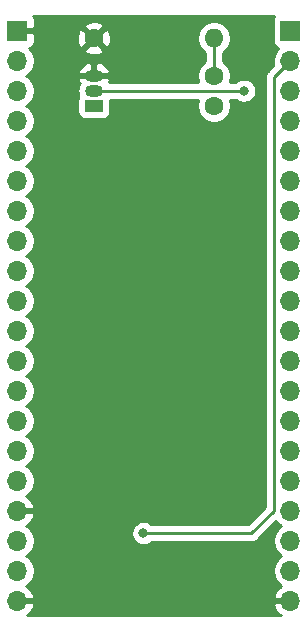
<source format=gbr>
%TF.GenerationSoftware,KiCad,Pcbnew,5.1.8-db9833491~87~ubuntu20.04.1*%
%TF.CreationDate,2020-11-15T22:53:27-05:00*%
%TF.ProjectId,shield,73686965-6c64-42e6-9b69-6361645f7063,rev?*%
%TF.SameCoordinates,Original*%
%TF.FileFunction,Copper,L2,Bot*%
%TF.FilePolarity,Positive*%
%FSLAX46Y46*%
G04 Gerber Fmt 4.6, Leading zero omitted, Abs format (unit mm)*
G04 Created by KiCad (PCBNEW 5.1.8-db9833491~87~ubuntu20.04.1) date 2020-11-15 22:53:27*
%MOMM*%
%LPD*%
G01*
G04 APERTURE LIST*
%TA.AperFunction,ComponentPad*%
%ADD10R,1.700000X1.700000*%
%TD*%
%TA.AperFunction,ComponentPad*%
%ADD11O,1.700000X1.700000*%
%TD*%
%TA.AperFunction,ComponentPad*%
%ADD12C,1.600000*%
%TD*%
%TA.AperFunction,ComponentPad*%
%ADD13O,1.600000X1.600000*%
%TD*%
%TA.AperFunction,ComponentPad*%
%ADD14R,1.500000X1.050000*%
%TD*%
%TA.AperFunction,ComponentPad*%
%ADD15O,1.500000X1.050000*%
%TD*%
%TA.AperFunction,ViaPad*%
%ADD16C,0.800000*%
%TD*%
%TA.AperFunction,Conductor*%
%ADD17C,0.250000*%
%TD*%
%TA.AperFunction,Conductor*%
%ADD18C,0.254000*%
%TD*%
%TA.AperFunction,Conductor*%
%ADD19C,0.100000*%
%TD*%
G04 APERTURE END LIST*
D10*
%TO.P,J1,1*%
%TO.N,36*%
X151257000Y-78105000D03*
D11*
%TO.P,J1,2*%
%TO.N,37*%
X151257000Y-80645000D03*
%TO.P,J1,3*%
%TO.N,38*%
X151257000Y-83185000D03*
%TO.P,J1,4*%
%TO.N,39*%
X151257000Y-85725000D03*
%TO.P,J1,5*%
%TO.N,32*%
X151257000Y-88265000D03*
%TO.P,J1,6*%
%TO.N,33*%
X151257000Y-90805000D03*
%TO.P,J1,7*%
%TO.N,34*%
X151257000Y-93345000D03*
%TO.P,J1,8*%
%TO.N,35*%
X151257000Y-95885000D03*
%TO.P,J1,9*%
%TO.N,25*%
X151257000Y-98425000D03*
%TO.P,J1,10*%
%TO.N,26*%
X151257000Y-100965000D03*
%TO.P,J1,11*%
%TO.N,27*%
X151257000Y-103505000D03*
%TO.P,J1,12*%
%TO.N,14*%
X151257000Y-106045000D03*
%TO.P,J1,13*%
%TO.N,12*%
X151257000Y-108585000D03*
%TO.P,J1,14*%
%TO.N,13*%
X151257000Y-111125000D03*
%TO.P,J1,15*%
%TO.N,RST*%
X151257000Y-113665000D03*
%TO.P,J1,16*%
%TO.N,3V3-L*%
X151257000Y-116205000D03*
%TO.P,J1,17*%
%TO.N,GND*%
X151257000Y-118745000D03*
%TO.P,J1,18*%
%TO.N,VBAT-L*%
X151257000Y-121285000D03*
%TO.P,J1,19*%
%TO.N,VUSB-L*%
X151257000Y-123825000D03*
%TO.P,J1,20*%
%TO.N,GND*%
X151257000Y-126365000D03*
%TD*%
%TO.P,J2,20*%
%TO.N,GND*%
X128143000Y-126365000D03*
%TO.P,J2,19*%
%TO.N,VUSB-R*%
X128143000Y-123825000D03*
%TO.P,J2,18*%
%TO.N,VBAT-R*%
X128143000Y-121285000D03*
%TO.P,J2,17*%
%TO.N,GND*%
X128143000Y-118745000D03*
%TO.P,J2,16*%
%TO.N,3V3-R*%
X128143000Y-116205000D03*
%TO.P,J2,15*%
%TO.N,16*%
X128143000Y-113665000D03*
%TO.P,J2,14*%
%TO.N,17*%
X128143000Y-111125000D03*
%TO.P,J2,13*%
%TO.N,4*%
X128143000Y-108585000D03*
%TO.P,J2,12*%
%TO.N,0*%
X128143000Y-106045000D03*
%TO.P,J2,11*%
%TO.N,2*%
X128143000Y-103505000D03*
%TO.P,J2,10*%
%TO.N,15*%
X128143000Y-100965000D03*
%TO.P,J2,9*%
%TO.N,5*%
X128143000Y-98425000D03*
%TO.P,J2,8*%
%TO.N,18*%
X128143000Y-95885000D03*
%TO.P,J2,7*%
%TO.N,23*%
X128143000Y-93345000D03*
%TO.P,J2,6*%
%TO.N,19*%
X128143000Y-90805000D03*
%TO.P,J2,5*%
%TO.N,22*%
X128143000Y-88265000D03*
%TO.P,J2,4*%
%TO.N,RX*%
X128143000Y-85725000D03*
%TO.P,J2,3*%
%TO.N,TX*%
X128143000Y-83185000D03*
%TO.P,J2,2*%
%TO.N,21*%
X128143000Y-80645000D03*
D10*
%TO.P,J2,1*%
%TO.N,GND*%
X128143000Y-78105000D03*
%TD*%
D12*
%TO.P,R1,2*%
%TO.N,3V3-L*%
X144780000Y-84455000D03*
%TO.P,R1,1*%
%TO.N,36*%
X144780000Y-81915000D03*
%TD*%
D13*
%TO.P,R2,2*%
%TO.N,36*%
X144780000Y-78740000D03*
D12*
%TO.P,R2,1*%
%TO.N,GND*%
X134620000Y-78740000D03*
%TD*%
D14*
%TO.P,U1,1*%
%TO.N,3V3-R*%
X134620000Y-84455000D03*
D15*
%TO.P,U1,3*%
%TO.N,GND*%
X134620000Y-81915000D03*
%TO.P,U1,2*%
%TO.N,38*%
X134620000Y-83185000D03*
%TD*%
D16*
%TO.N,37*%
X138811000Y-120650000D03*
%TO.N,38*%
X147320000Y-83185000D03*
%TD*%
D17*
%TO.N,36*%
X144780000Y-81915000D02*
X144780000Y-78740000D01*
%TO.N,37*%
X151257000Y-80645000D02*
X149860000Y-82042000D01*
X149860000Y-82042000D02*
X149860000Y-118745000D01*
X149860000Y-118745000D02*
X147955000Y-120650000D01*
X147955000Y-120650000D02*
X140334978Y-120650000D01*
X140334978Y-120650000D02*
X138811000Y-120650000D01*
%TO.N,38*%
X146050000Y-83185000D02*
X146050000Y-83185000D01*
X134620000Y-83185000D02*
X147320000Y-83185000D01*
%TD*%
D18*
%TO.N,GND*%
X149876463Y-76900506D02*
X149817498Y-77010820D01*
X149781188Y-77130518D01*
X149768928Y-77255000D01*
X149768928Y-78955000D01*
X149781188Y-79079482D01*
X149817498Y-79199180D01*
X149876463Y-79309494D01*
X149955815Y-79406185D01*
X150052506Y-79485537D01*
X150162820Y-79544502D01*
X150235380Y-79566513D01*
X150103525Y-79698368D01*
X149941010Y-79941589D01*
X149829068Y-80211842D01*
X149772000Y-80498740D01*
X149772000Y-80791260D01*
X149815791Y-81011408D01*
X149349003Y-81478196D01*
X149319999Y-81501999D01*
X149282524Y-81547663D01*
X149225026Y-81617724D01*
X149181048Y-81700000D01*
X149154454Y-81749754D01*
X149110997Y-81893015D01*
X149100000Y-82004668D01*
X149100000Y-82004678D01*
X149096324Y-82042000D01*
X149100000Y-82079322D01*
X149100001Y-118430197D01*
X147640199Y-119890000D01*
X139514711Y-119890000D01*
X139470774Y-119846063D01*
X139301256Y-119732795D01*
X139112898Y-119654774D01*
X138912939Y-119615000D01*
X138709061Y-119615000D01*
X138509102Y-119654774D01*
X138320744Y-119732795D01*
X138151226Y-119846063D01*
X138007063Y-119990226D01*
X137893795Y-120159744D01*
X137815774Y-120348102D01*
X137776000Y-120548061D01*
X137776000Y-120751939D01*
X137815774Y-120951898D01*
X137893795Y-121140256D01*
X138007063Y-121309774D01*
X138151226Y-121453937D01*
X138320744Y-121567205D01*
X138509102Y-121645226D01*
X138709061Y-121685000D01*
X138912939Y-121685000D01*
X139112898Y-121645226D01*
X139301256Y-121567205D01*
X139470774Y-121453937D01*
X139514711Y-121410000D01*
X147917678Y-121410000D01*
X147955000Y-121413676D01*
X147992322Y-121410000D01*
X147992333Y-121410000D01*
X148103986Y-121399003D01*
X148247247Y-121355546D01*
X148379276Y-121284974D01*
X148495001Y-121190001D01*
X148518804Y-121160997D01*
X150063338Y-119616464D01*
X150159412Y-119745269D01*
X150375645Y-119940178D01*
X150492534Y-120009805D01*
X150310368Y-120131525D01*
X150103525Y-120338368D01*
X149941010Y-120581589D01*
X149829068Y-120851842D01*
X149772000Y-121138740D01*
X149772000Y-121431260D01*
X149829068Y-121718158D01*
X149941010Y-121988411D01*
X150103525Y-122231632D01*
X150310368Y-122438475D01*
X150484760Y-122555000D01*
X150310368Y-122671525D01*
X150103525Y-122878368D01*
X149941010Y-123121589D01*
X149829068Y-123391842D01*
X149772000Y-123678740D01*
X149772000Y-123971260D01*
X149829068Y-124258158D01*
X149941010Y-124528411D01*
X150103525Y-124771632D01*
X150310368Y-124978475D01*
X150492534Y-125100195D01*
X150375645Y-125169822D01*
X150159412Y-125364731D01*
X149985359Y-125598080D01*
X149860175Y-125860901D01*
X149815524Y-126008110D01*
X149936845Y-126238000D01*
X151130000Y-126238000D01*
X151130000Y-126218000D01*
X151384000Y-126218000D01*
X151384000Y-126238000D01*
X151404000Y-126238000D01*
X151404000Y-126492000D01*
X151384000Y-126492000D01*
X151384000Y-126512000D01*
X151130000Y-126512000D01*
X151130000Y-126492000D01*
X149936845Y-126492000D01*
X149815524Y-126721890D01*
X149860175Y-126869099D01*
X149985359Y-127131920D01*
X150159412Y-127365269D01*
X150375645Y-127560178D01*
X150459285Y-127610000D01*
X128940715Y-127610000D01*
X129024355Y-127560178D01*
X129240588Y-127365269D01*
X129414641Y-127131920D01*
X129539825Y-126869099D01*
X129584476Y-126721890D01*
X129463155Y-126492000D01*
X128270000Y-126492000D01*
X128270000Y-126512000D01*
X128016000Y-126512000D01*
X128016000Y-126492000D01*
X127996000Y-126492000D01*
X127996000Y-126238000D01*
X128016000Y-126238000D01*
X128016000Y-126218000D01*
X128270000Y-126218000D01*
X128270000Y-126238000D01*
X129463155Y-126238000D01*
X129584476Y-126008110D01*
X129539825Y-125860901D01*
X129414641Y-125598080D01*
X129240588Y-125364731D01*
X129024355Y-125169822D01*
X128907466Y-125100195D01*
X129089632Y-124978475D01*
X129296475Y-124771632D01*
X129458990Y-124528411D01*
X129570932Y-124258158D01*
X129628000Y-123971260D01*
X129628000Y-123678740D01*
X129570932Y-123391842D01*
X129458990Y-123121589D01*
X129296475Y-122878368D01*
X129089632Y-122671525D01*
X128915240Y-122555000D01*
X129089632Y-122438475D01*
X129296475Y-122231632D01*
X129458990Y-121988411D01*
X129570932Y-121718158D01*
X129628000Y-121431260D01*
X129628000Y-121138740D01*
X129570932Y-120851842D01*
X129458990Y-120581589D01*
X129296475Y-120338368D01*
X129089632Y-120131525D01*
X128907466Y-120009805D01*
X129024355Y-119940178D01*
X129240588Y-119745269D01*
X129414641Y-119511920D01*
X129539825Y-119249099D01*
X129584476Y-119101890D01*
X129463155Y-118872000D01*
X128270000Y-118872000D01*
X128270000Y-118892000D01*
X128016000Y-118892000D01*
X128016000Y-118872000D01*
X127996000Y-118872000D01*
X127996000Y-118618000D01*
X128016000Y-118618000D01*
X128016000Y-118598000D01*
X128270000Y-118598000D01*
X128270000Y-118618000D01*
X129463155Y-118618000D01*
X129584476Y-118388110D01*
X129539825Y-118240901D01*
X129414641Y-117978080D01*
X129240588Y-117744731D01*
X129024355Y-117549822D01*
X128907466Y-117480195D01*
X129089632Y-117358475D01*
X129296475Y-117151632D01*
X129458990Y-116908411D01*
X129570932Y-116638158D01*
X129628000Y-116351260D01*
X129628000Y-116058740D01*
X129570932Y-115771842D01*
X129458990Y-115501589D01*
X129296475Y-115258368D01*
X129089632Y-115051525D01*
X128915240Y-114935000D01*
X129089632Y-114818475D01*
X129296475Y-114611632D01*
X129458990Y-114368411D01*
X129570932Y-114098158D01*
X129628000Y-113811260D01*
X129628000Y-113518740D01*
X129570932Y-113231842D01*
X129458990Y-112961589D01*
X129296475Y-112718368D01*
X129089632Y-112511525D01*
X128915240Y-112395000D01*
X129089632Y-112278475D01*
X129296475Y-112071632D01*
X129458990Y-111828411D01*
X129570932Y-111558158D01*
X129628000Y-111271260D01*
X129628000Y-110978740D01*
X129570932Y-110691842D01*
X129458990Y-110421589D01*
X129296475Y-110178368D01*
X129089632Y-109971525D01*
X128915240Y-109855000D01*
X129089632Y-109738475D01*
X129296475Y-109531632D01*
X129458990Y-109288411D01*
X129570932Y-109018158D01*
X129628000Y-108731260D01*
X129628000Y-108438740D01*
X129570932Y-108151842D01*
X129458990Y-107881589D01*
X129296475Y-107638368D01*
X129089632Y-107431525D01*
X128915240Y-107315000D01*
X129089632Y-107198475D01*
X129296475Y-106991632D01*
X129458990Y-106748411D01*
X129570932Y-106478158D01*
X129628000Y-106191260D01*
X129628000Y-105898740D01*
X129570932Y-105611842D01*
X129458990Y-105341589D01*
X129296475Y-105098368D01*
X129089632Y-104891525D01*
X128915240Y-104775000D01*
X129089632Y-104658475D01*
X129296475Y-104451632D01*
X129458990Y-104208411D01*
X129570932Y-103938158D01*
X129628000Y-103651260D01*
X129628000Y-103358740D01*
X129570932Y-103071842D01*
X129458990Y-102801589D01*
X129296475Y-102558368D01*
X129089632Y-102351525D01*
X128915240Y-102235000D01*
X129089632Y-102118475D01*
X129296475Y-101911632D01*
X129458990Y-101668411D01*
X129570932Y-101398158D01*
X129628000Y-101111260D01*
X129628000Y-100818740D01*
X129570932Y-100531842D01*
X129458990Y-100261589D01*
X129296475Y-100018368D01*
X129089632Y-99811525D01*
X128915240Y-99695000D01*
X129089632Y-99578475D01*
X129296475Y-99371632D01*
X129458990Y-99128411D01*
X129570932Y-98858158D01*
X129628000Y-98571260D01*
X129628000Y-98278740D01*
X129570932Y-97991842D01*
X129458990Y-97721589D01*
X129296475Y-97478368D01*
X129089632Y-97271525D01*
X128915240Y-97155000D01*
X129089632Y-97038475D01*
X129296475Y-96831632D01*
X129458990Y-96588411D01*
X129570932Y-96318158D01*
X129628000Y-96031260D01*
X129628000Y-95738740D01*
X129570932Y-95451842D01*
X129458990Y-95181589D01*
X129296475Y-94938368D01*
X129089632Y-94731525D01*
X128915240Y-94615000D01*
X129089632Y-94498475D01*
X129296475Y-94291632D01*
X129458990Y-94048411D01*
X129570932Y-93778158D01*
X129628000Y-93491260D01*
X129628000Y-93198740D01*
X129570932Y-92911842D01*
X129458990Y-92641589D01*
X129296475Y-92398368D01*
X129089632Y-92191525D01*
X128915240Y-92075000D01*
X129089632Y-91958475D01*
X129296475Y-91751632D01*
X129458990Y-91508411D01*
X129570932Y-91238158D01*
X129628000Y-90951260D01*
X129628000Y-90658740D01*
X129570932Y-90371842D01*
X129458990Y-90101589D01*
X129296475Y-89858368D01*
X129089632Y-89651525D01*
X128915240Y-89535000D01*
X129089632Y-89418475D01*
X129296475Y-89211632D01*
X129458990Y-88968411D01*
X129570932Y-88698158D01*
X129628000Y-88411260D01*
X129628000Y-88118740D01*
X129570932Y-87831842D01*
X129458990Y-87561589D01*
X129296475Y-87318368D01*
X129089632Y-87111525D01*
X128915240Y-86995000D01*
X129089632Y-86878475D01*
X129296475Y-86671632D01*
X129458990Y-86428411D01*
X129570932Y-86158158D01*
X129628000Y-85871260D01*
X129628000Y-85578740D01*
X129570932Y-85291842D01*
X129458990Y-85021589D01*
X129296475Y-84778368D01*
X129089632Y-84571525D01*
X128915240Y-84455000D01*
X129089632Y-84338475D01*
X129296475Y-84131632D01*
X129458990Y-83888411D01*
X129570932Y-83618158D01*
X129628000Y-83331260D01*
X129628000Y-83185000D01*
X133229388Y-83185000D01*
X133251785Y-83412400D01*
X133315093Y-83621098D01*
X133280498Y-83685820D01*
X133244188Y-83805518D01*
X133231928Y-83930000D01*
X133231928Y-84980000D01*
X133244188Y-85104482D01*
X133280498Y-85224180D01*
X133339463Y-85334494D01*
X133418815Y-85431185D01*
X133515506Y-85510537D01*
X133625820Y-85569502D01*
X133745518Y-85605812D01*
X133870000Y-85618072D01*
X135370000Y-85618072D01*
X135494482Y-85605812D01*
X135614180Y-85569502D01*
X135724494Y-85510537D01*
X135821185Y-85431185D01*
X135900537Y-85334494D01*
X135959502Y-85224180D01*
X135995812Y-85104482D01*
X136008072Y-84980000D01*
X136008072Y-83945000D01*
X143438017Y-83945000D01*
X143400147Y-84036426D01*
X143345000Y-84313665D01*
X143345000Y-84596335D01*
X143400147Y-84873574D01*
X143508320Y-85134727D01*
X143665363Y-85369759D01*
X143865241Y-85569637D01*
X144100273Y-85726680D01*
X144361426Y-85834853D01*
X144638665Y-85890000D01*
X144921335Y-85890000D01*
X145198574Y-85834853D01*
X145459727Y-85726680D01*
X145694759Y-85569637D01*
X145894637Y-85369759D01*
X146051680Y-85134727D01*
X146159853Y-84873574D01*
X146215000Y-84596335D01*
X146215000Y-84313665D01*
X146159853Y-84036426D01*
X146121983Y-83945000D01*
X146616289Y-83945000D01*
X146660226Y-83988937D01*
X146829744Y-84102205D01*
X147018102Y-84180226D01*
X147218061Y-84220000D01*
X147421939Y-84220000D01*
X147621898Y-84180226D01*
X147810256Y-84102205D01*
X147979774Y-83988937D01*
X148123937Y-83844774D01*
X148237205Y-83675256D01*
X148315226Y-83486898D01*
X148355000Y-83286939D01*
X148355000Y-83083061D01*
X148315226Y-82883102D01*
X148237205Y-82694744D01*
X148123937Y-82525226D01*
X147979774Y-82381063D01*
X147810256Y-82267795D01*
X147621898Y-82189774D01*
X147421939Y-82150000D01*
X147218061Y-82150000D01*
X147018102Y-82189774D01*
X146829744Y-82267795D01*
X146660226Y-82381063D01*
X146616289Y-82425000D01*
X146121983Y-82425000D01*
X146159853Y-82333574D01*
X146215000Y-82056335D01*
X146215000Y-81773665D01*
X146159853Y-81496426D01*
X146051680Y-81235273D01*
X145894637Y-81000241D01*
X145694759Y-80800363D01*
X145540000Y-80696957D01*
X145540000Y-79958043D01*
X145694759Y-79854637D01*
X145894637Y-79654759D01*
X146051680Y-79419727D01*
X146159853Y-79158574D01*
X146215000Y-78881335D01*
X146215000Y-78598665D01*
X146159853Y-78321426D01*
X146051680Y-78060273D01*
X145894637Y-77825241D01*
X145694759Y-77625363D01*
X145459727Y-77468320D01*
X145198574Y-77360147D01*
X144921335Y-77305000D01*
X144638665Y-77305000D01*
X144361426Y-77360147D01*
X144100273Y-77468320D01*
X143865241Y-77625363D01*
X143665363Y-77825241D01*
X143508320Y-78060273D01*
X143400147Y-78321426D01*
X143345000Y-78598665D01*
X143345000Y-78881335D01*
X143400147Y-79158574D01*
X143508320Y-79419727D01*
X143665363Y-79654759D01*
X143865241Y-79854637D01*
X144020001Y-79958044D01*
X144020000Y-80696956D01*
X143865241Y-80800363D01*
X143665363Y-81000241D01*
X143508320Y-81235273D01*
X143400147Y-81496426D01*
X143345000Y-81773665D01*
X143345000Y-82056335D01*
X143400147Y-82333574D01*
X143438017Y-82425000D01*
X135891958Y-82425000D01*
X135955272Y-82282337D01*
X135963964Y-82220810D01*
X135838163Y-82042000D01*
X135073109Y-82042000D01*
X135072400Y-82041785D01*
X134901979Y-82025000D01*
X134338021Y-82025000D01*
X134167600Y-82041785D01*
X134166891Y-82042000D01*
X133401837Y-82042000D01*
X133276036Y-82220810D01*
X133284728Y-82282337D01*
X133377725Y-82491882D01*
X133418929Y-82550331D01*
X133318115Y-82738940D01*
X133251785Y-82957600D01*
X133229388Y-83185000D01*
X129628000Y-83185000D01*
X129628000Y-83038740D01*
X129570932Y-82751842D01*
X129458990Y-82481589D01*
X129296475Y-82238368D01*
X129089632Y-82031525D01*
X128915240Y-81915000D01*
X129089632Y-81798475D01*
X129278917Y-81609190D01*
X133276036Y-81609190D01*
X133401837Y-81788000D01*
X134493000Y-81788000D01*
X134493000Y-80908402D01*
X134747000Y-80908402D01*
X134747000Y-81788000D01*
X135838163Y-81788000D01*
X135963964Y-81609190D01*
X135955272Y-81547663D01*
X135862275Y-81338118D01*
X135730184Y-81150742D01*
X135564076Y-80992736D01*
X135370334Y-80870172D01*
X135156404Y-80787761D01*
X134930507Y-80748669D01*
X134747000Y-80908402D01*
X134493000Y-80908402D01*
X134309493Y-80748669D01*
X134083596Y-80787761D01*
X133869666Y-80870172D01*
X133675924Y-80992736D01*
X133509816Y-81150742D01*
X133377725Y-81338118D01*
X133284728Y-81547663D01*
X133276036Y-81609190D01*
X129278917Y-81609190D01*
X129296475Y-81591632D01*
X129458990Y-81348411D01*
X129570932Y-81078158D01*
X129628000Y-80791260D01*
X129628000Y-80498740D01*
X129570932Y-80211842D01*
X129458990Y-79941589D01*
X129319417Y-79732702D01*
X133806903Y-79732702D01*
X133878486Y-79976671D01*
X134133996Y-80097571D01*
X134408184Y-80166300D01*
X134690512Y-80180217D01*
X134970130Y-80138787D01*
X135236292Y-80043603D01*
X135361514Y-79976671D01*
X135433097Y-79732702D01*
X134620000Y-78919605D01*
X133806903Y-79732702D01*
X129319417Y-79732702D01*
X129296475Y-79698368D01*
X129164620Y-79566513D01*
X129237180Y-79544502D01*
X129347494Y-79485537D01*
X129444185Y-79406185D01*
X129523537Y-79309494D01*
X129582502Y-79199180D01*
X129618812Y-79079482D01*
X129631072Y-78955000D01*
X129630286Y-78810512D01*
X133179783Y-78810512D01*
X133221213Y-79090130D01*
X133316397Y-79356292D01*
X133383329Y-79481514D01*
X133627298Y-79553097D01*
X134440395Y-78740000D01*
X134799605Y-78740000D01*
X135612702Y-79553097D01*
X135856671Y-79481514D01*
X135977571Y-79226004D01*
X136046300Y-78951816D01*
X136060217Y-78669488D01*
X136018787Y-78389870D01*
X135923603Y-78123708D01*
X135856671Y-77998486D01*
X135612702Y-77926903D01*
X134799605Y-78740000D01*
X134440395Y-78740000D01*
X133627298Y-77926903D01*
X133383329Y-77998486D01*
X133262429Y-78253996D01*
X133193700Y-78528184D01*
X133179783Y-78810512D01*
X129630286Y-78810512D01*
X129628000Y-78390750D01*
X129469250Y-78232000D01*
X128270000Y-78232000D01*
X128270000Y-78252000D01*
X128016000Y-78252000D01*
X128016000Y-78232000D01*
X127996000Y-78232000D01*
X127996000Y-77978000D01*
X128016000Y-77978000D01*
X128016000Y-77958000D01*
X128270000Y-77958000D01*
X128270000Y-77978000D01*
X129469250Y-77978000D01*
X129628000Y-77819250D01*
X129628391Y-77747298D01*
X133806903Y-77747298D01*
X134620000Y-78560395D01*
X135433097Y-77747298D01*
X135361514Y-77503329D01*
X135106004Y-77382429D01*
X134831816Y-77313700D01*
X134549488Y-77299783D01*
X134269870Y-77341213D01*
X134003708Y-77436397D01*
X133878486Y-77503329D01*
X133806903Y-77747298D01*
X129628391Y-77747298D01*
X129631072Y-77255000D01*
X129618812Y-77130518D01*
X129582502Y-77010820D01*
X129523537Y-76900506D01*
X129490295Y-76860000D01*
X149909705Y-76860000D01*
X149876463Y-76900506D01*
%TA.AperFunction,Conductor*%
D19*
G36*
X149876463Y-76900506D02*
G01*
X149817498Y-77010820D01*
X149781188Y-77130518D01*
X149768928Y-77255000D01*
X149768928Y-78955000D01*
X149781188Y-79079482D01*
X149817498Y-79199180D01*
X149876463Y-79309494D01*
X149955815Y-79406185D01*
X150052506Y-79485537D01*
X150162820Y-79544502D01*
X150235380Y-79566513D01*
X150103525Y-79698368D01*
X149941010Y-79941589D01*
X149829068Y-80211842D01*
X149772000Y-80498740D01*
X149772000Y-80791260D01*
X149815791Y-81011408D01*
X149349003Y-81478196D01*
X149319999Y-81501999D01*
X149282524Y-81547663D01*
X149225026Y-81617724D01*
X149181048Y-81700000D01*
X149154454Y-81749754D01*
X149110997Y-81893015D01*
X149100000Y-82004668D01*
X149100000Y-82004678D01*
X149096324Y-82042000D01*
X149100000Y-82079322D01*
X149100001Y-118430197D01*
X147640199Y-119890000D01*
X139514711Y-119890000D01*
X139470774Y-119846063D01*
X139301256Y-119732795D01*
X139112898Y-119654774D01*
X138912939Y-119615000D01*
X138709061Y-119615000D01*
X138509102Y-119654774D01*
X138320744Y-119732795D01*
X138151226Y-119846063D01*
X138007063Y-119990226D01*
X137893795Y-120159744D01*
X137815774Y-120348102D01*
X137776000Y-120548061D01*
X137776000Y-120751939D01*
X137815774Y-120951898D01*
X137893795Y-121140256D01*
X138007063Y-121309774D01*
X138151226Y-121453937D01*
X138320744Y-121567205D01*
X138509102Y-121645226D01*
X138709061Y-121685000D01*
X138912939Y-121685000D01*
X139112898Y-121645226D01*
X139301256Y-121567205D01*
X139470774Y-121453937D01*
X139514711Y-121410000D01*
X147917678Y-121410000D01*
X147955000Y-121413676D01*
X147992322Y-121410000D01*
X147992333Y-121410000D01*
X148103986Y-121399003D01*
X148247247Y-121355546D01*
X148379276Y-121284974D01*
X148495001Y-121190001D01*
X148518804Y-121160997D01*
X150063338Y-119616464D01*
X150159412Y-119745269D01*
X150375645Y-119940178D01*
X150492534Y-120009805D01*
X150310368Y-120131525D01*
X150103525Y-120338368D01*
X149941010Y-120581589D01*
X149829068Y-120851842D01*
X149772000Y-121138740D01*
X149772000Y-121431260D01*
X149829068Y-121718158D01*
X149941010Y-121988411D01*
X150103525Y-122231632D01*
X150310368Y-122438475D01*
X150484760Y-122555000D01*
X150310368Y-122671525D01*
X150103525Y-122878368D01*
X149941010Y-123121589D01*
X149829068Y-123391842D01*
X149772000Y-123678740D01*
X149772000Y-123971260D01*
X149829068Y-124258158D01*
X149941010Y-124528411D01*
X150103525Y-124771632D01*
X150310368Y-124978475D01*
X150492534Y-125100195D01*
X150375645Y-125169822D01*
X150159412Y-125364731D01*
X149985359Y-125598080D01*
X149860175Y-125860901D01*
X149815524Y-126008110D01*
X149936845Y-126238000D01*
X151130000Y-126238000D01*
X151130000Y-126218000D01*
X151384000Y-126218000D01*
X151384000Y-126238000D01*
X151404000Y-126238000D01*
X151404000Y-126492000D01*
X151384000Y-126492000D01*
X151384000Y-126512000D01*
X151130000Y-126512000D01*
X151130000Y-126492000D01*
X149936845Y-126492000D01*
X149815524Y-126721890D01*
X149860175Y-126869099D01*
X149985359Y-127131920D01*
X150159412Y-127365269D01*
X150375645Y-127560178D01*
X150459285Y-127610000D01*
X128940715Y-127610000D01*
X129024355Y-127560178D01*
X129240588Y-127365269D01*
X129414641Y-127131920D01*
X129539825Y-126869099D01*
X129584476Y-126721890D01*
X129463155Y-126492000D01*
X128270000Y-126492000D01*
X128270000Y-126512000D01*
X128016000Y-126512000D01*
X128016000Y-126492000D01*
X127996000Y-126492000D01*
X127996000Y-126238000D01*
X128016000Y-126238000D01*
X128016000Y-126218000D01*
X128270000Y-126218000D01*
X128270000Y-126238000D01*
X129463155Y-126238000D01*
X129584476Y-126008110D01*
X129539825Y-125860901D01*
X129414641Y-125598080D01*
X129240588Y-125364731D01*
X129024355Y-125169822D01*
X128907466Y-125100195D01*
X129089632Y-124978475D01*
X129296475Y-124771632D01*
X129458990Y-124528411D01*
X129570932Y-124258158D01*
X129628000Y-123971260D01*
X129628000Y-123678740D01*
X129570932Y-123391842D01*
X129458990Y-123121589D01*
X129296475Y-122878368D01*
X129089632Y-122671525D01*
X128915240Y-122555000D01*
X129089632Y-122438475D01*
X129296475Y-122231632D01*
X129458990Y-121988411D01*
X129570932Y-121718158D01*
X129628000Y-121431260D01*
X129628000Y-121138740D01*
X129570932Y-120851842D01*
X129458990Y-120581589D01*
X129296475Y-120338368D01*
X129089632Y-120131525D01*
X128907466Y-120009805D01*
X129024355Y-119940178D01*
X129240588Y-119745269D01*
X129414641Y-119511920D01*
X129539825Y-119249099D01*
X129584476Y-119101890D01*
X129463155Y-118872000D01*
X128270000Y-118872000D01*
X128270000Y-118892000D01*
X128016000Y-118892000D01*
X128016000Y-118872000D01*
X127996000Y-118872000D01*
X127996000Y-118618000D01*
X128016000Y-118618000D01*
X128016000Y-118598000D01*
X128270000Y-118598000D01*
X128270000Y-118618000D01*
X129463155Y-118618000D01*
X129584476Y-118388110D01*
X129539825Y-118240901D01*
X129414641Y-117978080D01*
X129240588Y-117744731D01*
X129024355Y-117549822D01*
X128907466Y-117480195D01*
X129089632Y-117358475D01*
X129296475Y-117151632D01*
X129458990Y-116908411D01*
X129570932Y-116638158D01*
X129628000Y-116351260D01*
X129628000Y-116058740D01*
X129570932Y-115771842D01*
X129458990Y-115501589D01*
X129296475Y-115258368D01*
X129089632Y-115051525D01*
X128915240Y-114935000D01*
X129089632Y-114818475D01*
X129296475Y-114611632D01*
X129458990Y-114368411D01*
X129570932Y-114098158D01*
X129628000Y-113811260D01*
X129628000Y-113518740D01*
X129570932Y-113231842D01*
X129458990Y-112961589D01*
X129296475Y-112718368D01*
X129089632Y-112511525D01*
X128915240Y-112395000D01*
X129089632Y-112278475D01*
X129296475Y-112071632D01*
X129458990Y-111828411D01*
X129570932Y-111558158D01*
X129628000Y-111271260D01*
X129628000Y-110978740D01*
X129570932Y-110691842D01*
X129458990Y-110421589D01*
X129296475Y-110178368D01*
X129089632Y-109971525D01*
X128915240Y-109855000D01*
X129089632Y-109738475D01*
X129296475Y-109531632D01*
X129458990Y-109288411D01*
X129570932Y-109018158D01*
X129628000Y-108731260D01*
X129628000Y-108438740D01*
X129570932Y-108151842D01*
X129458990Y-107881589D01*
X129296475Y-107638368D01*
X129089632Y-107431525D01*
X128915240Y-107315000D01*
X129089632Y-107198475D01*
X129296475Y-106991632D01*
X129458990Y-106748411D01*
X129570932Y-106478158D01*
X129628000Y-106191260D01*
X129628000Y-105898740D01*
X129570932Y-105611842D01*
X129458990Y-105341589D01*
X129296475Y-105098368D01*
X129089632Y-104891525D01*
X128915240Y-104775000D01*
X129089632Y-104658475D01*
X129296475Y-104451632D01*
X129458990Y-104208411D01*
X129570932Y-103938158D01*
X129628000Y-103651260D01*
X129628000Y-103358740D01*
X129570932Y-103071842D01*
X129458990Y-102801589D01*
X129296475Y-102558368D01*
X129089632Y-102351525D01*
X128915240Y-102235000D01*
X129089632Y-102118475D01*
X129296475Y-101911632D01*
X129458990Y-101668411D01*
X129570932Y-101398158D01*
X129628000Y-101111260D01*
X129628000Y-100818740D01*
X129570932Y-100531842D01*
X129458990Y-100261589D01*
X129296475Y-100018368D01*
X129089632Y-99811525D01*
X128915240Y-99695000D01*
X129089632Y-99578475D01*
X129296475Y-99371632D01*
X129458990Y-99128411D01*
X129570932Y-98858158D01*
X129628000Y-98571260D01*
X129628000Y-98278740D01*
X129570932Y-97991842D01*
X129458990Y-97721589D01*
X129296475Y-97478368D01*
X129089632Y-97271525D01*
X128915240Y-97155000D01*
X129089632Y-97038475D01*
X129296475Y-96831632D01*
X129458990Y-96588411D01*
X129570932Y-96318158D01*
X129628000Y-96031260D01*
X129628000Y-95738740D01*
X129570932Y-95451842D01*
X129458990Y-95181589D01*
X129296475Y-94938368D01*
X129089632Y-94731525D01*
X128915240Y-94615000D01*
X129089632Y-94498475D01*
X129296475Y-94291632D01*
X129458990Y-94048411D01*
X129570932Y-93778158D01*
X129628000Y-93491260D01*
X129628000Y-93198740D01*
X129570932Y-92911842D01*
X129458990Y-92641589D01*
X129296475Y-92398368D01*
X129089632Y-92191525D01*
X128915240Y-92075000D01*
X129089632Y-91958475D01*
X129296475Y-91751632D01*
X129458990Y-91508411D01*
X129570932Y-91238158D01*
X129628000Y-90951260D01*
X129628000Y-90658740D01*
X129570932Y-90371842D01*
X129458990Y-90101589D01*
X129296475Y-89858368D01*
X129089632Y-89651525D01*
X128915240Y-89535000D01*
X129089632Y-89418475D01*
X129296475Y-89211632D01*
X129458990Y-88968411D01*
X129570932Y-88698158D01*
X129628000Y-88411260D01*
X129628000Y-88118740D01*
X129570932Y-87831842D01*
X129458990Y-87561589D01*
X129296475Y-87318368D01*
X129089632Y-87111525D01*
X128915240Y-86995000D01*
X129089632Y-86878475D01*
X129296475Y-86671632D01*
X129458990Y-86428411D01*
X129570932Y-86158158D01*
X129628000Y-85871260D01*
X129628000Y-85578740D01*
X129570932Y-85291842D01*
X129458990Y-85021589D01*
X129296475Y-84778368D01*
X129089632Y-84571525D01*
X128915240Y-84455000D01*
X129089632Y-84338475D01*
X129296475Y-84131632D01*
X129458990Y-83888411D01*
X129570932Y-83618158D01*
X129628000Y-83331260D01*
X129628000Y-83185000D01*
X133229388Y-83185000D01*
X133251785Y-83412400D01*
X133315093Y-83621098D01*
X133280498Y-83685820D01*
X133244188Y-83805518D01*
X133231928Y-83930000D01*
X133231928Y-84980000D01*
X133244188Y-85104482D01*
X133280498Y-85224180D01*
X133339463Y-85334494D01*
X133418815Y-85431185D01*
X133515506Y-85510537D01*
X133625820Y-85569502D01*
X133745518Y-85605812D01*
X133870000Y-85618072D01*
X135370000Y-85618072D01*
X135494482Y-85605812D01*
X135614180Y-85569502D01*
X135724494Y-85510537D01*
X135821185Y-85431185D01*
X135900537Y-85334494D01*
X135959502Y-85224180D01*
X135995812Y-85104482D01*
X136008072Y-84980000D01*
X136008072Y-83945000D01*
X143438017Y-83945000D01*
X143400147Y-84036426D01*
X143345000Y-84313665D01*
X143345000Y-84596335D01*
X143400147Y-84873574D01*
X143508320Y-85134727D01*
X143665363Y-85369759D01*
X143865241Y-85569637D01*
X144100273Y-85726680D01*
X144361426Y-85834853D01*
X144638665Y-85890000D01*
X144921335Y-85890000D01*
X145198574Y-85834853D01*
X145459727Y-85726680D01*
X145694759Y-85569637D01*
X145894637Y-85369759D01*
X146051680Y-85134727D01*
X146159853Y-84873574D01*
X146215000Y-84596335D01*
X146215000Y-84313665D01*
X146159853Y-84036426D01*
X146121983Y-83945000D01*
X146616289Y-83945000D01*
X146660226Y-83988937D01*
X146829744Y-84102205D01*
X147018102Y-84180226D01*
X147218061Y-84220000D01*
X147421939Y-84220000D01*
X147621898Y-84180226D01*
X147810256Y-84102205D01*
X147979774Y-83988937D01*
X148123937Y-83844774D01*
X148237205Y-83675256D01*
X148315226Y-83486898D01*
X148355000Y-83286939D01*
X148355000Y-83083061D01*
X148315226Y-82883102D01*
X148237205Y-82694744D01*
X148123937Y-82525226D01*
X147979774Y-82381063D01*
X147810256Y-82267795D01*
X147621898Y-82189774D01*
X147421939Y-82150000D01*
X147218061Y-82150000D01*
X147018102Y-82189774D01*
X146829744Y-82267795D01*
X146660226Y-82381063D01*
X146616289Y-82425000D01*
X146121983Y-82425000D01*
X146159853Y-82333574D01*
X146215000Y-82056335D01*
X146215000Y-81773665D01*
X146159853Y-81496426D01*
X146051680Y-81235273D01*
X145894637Y-81000241D01*
X145694759Y-80800363D01*
X145540000Y-80696957D01*
X145540000Y-79958043D01*
X145694759Y-79854637D01*
X145894637Y-79654759D01*
X146051680Y-79419727D01*
X146159853Y-79158574D01*
X146215000Y-78881335D01*
X146215000Y-78598665D01*
X146159853Y-78321426D01*
X146051680Y-78060273D01*
X145894637Y-77825241D01*
X145694759Y-77625363D01*
X145459727Y-77468320D01*
X145198574Y-77360147D01*
X144921335Y-77305000D01*
X144638665Y-77305000D01*
X144361426Y-77360147D01*
X144100273Y-77468320D01*
X143865241Y-77625363D01*
X143665363Y-77825241D01*
X143508320Y-78060273D01*
X143400147Y-78321426D01*
X143345000Y-78598665D01*
X143345000Y-78881335D01*
X143400147Y-79158574D01*
X143508320Y-79419727D01*
X143665363Y-79654759D01*
X143865241Y-79854637D01*
X144020001Y-79958044D01*
X144020000Y-80696956D01*
X143865241Y-80800363D01*
X143665363Y-81000241D01*
X143508320Y-81235273D01*
X143400147Y-81496426D01*
X143345000Y-81773665D01*
X143345000Y-82056335D01*
X143400147Y-82333574D01*
X143438017Y-82425000D01*
X135891958Y-82425000D01*
X135955272Y-82282337D01*
X135963964Y-82220810D01*
X135838163Y-82042000D01*
X135073109Y-82042000D01*
X135072400Y-82041785D01*
X134901979Y-82025000D01*
X134338021Y-82025000D01*
X134167600Y-82041785D01*
X134166891Y-82042000D01*
X133401837Y-82042000D01*
X133276036Y-82220810D01*
X133284728Y-82282337D01*
X133377725Y-82491882D01*
X133418929Y-82550331D01*
X133318115Y-82738940D01*
X133251785Y-82957600D01*
X133229388Y-83185000D01*
X129628000Y-83185000D01*
X129628000Y-83038740D01*
X129570932Y-82751842D01*
X129458990Y-82481589D01*
X129296475Y-82238368D01*
X129089632Y-82031525D01*
X128915240Y-81915000D01*
X129089632Y-81798475D01*
X129278917Y-81609190D01*
X133276036Y-81609190D01*
X133401837Y-81788000D01*
X134493000Y-81788000D01*
X134493000Y-80908402D01*
X134747000Y-80908402D01*
X134747000Y-81788000D01*
X135838163Y-81788000D01*
X135963964Y-81609190D01*
X135955272Y-81547663D01*
X135862275Y-81338118D01*
X135730184Y-81150742D01*
X135564076Y-80992736D01*
X135370334Y-80870172D01*
X135156404Y-80787761D01*
X134930507Y-80748669D01*
X134747000Y-80908402D01*
X134493000Y-80908402D01*
X134309493Y-80748669D01*
X134083596Y-80787761D01*
X133869666Y-80870172D01*
X133675924Y-80992736D01*
X133509816Y-81150742D01*
X133377725Y-81338118D01*
X133284728Y-81547663D01*
X133276036Y-81609190D01*
X129278917Y-81609190D01*
X129296475Y-81591632D01*
X129458990Y-81348411D01*
X129570932Y-81078158D01*
X129628000Y-80791260D01*
X129628000Y-80498740D01*
X129570932Y-80211842D01*
X129458990Y-79941589D01*
X129319417Y-79732702D01*
X133806903Y-79732702D01*
X133878486Y-79976671D01*
X134133996Y-80097571D01*
X134408184Y-80166300D01*
X134690512Y-80180217D01*
X134970130Y-80138787D01*
X135236292Y-80043603D01*
X135361514Y-79976671D01*
X135433097Y-79732702D01*
X134620000Y-78919605D01*
X133806903Y-79732702D01*
X129319417Y-79732702D01*
X129296475Y-79698368D01*
X129164620Y-79566513D01*
X129237180Y-79544502D01*
X129347494Y-79485537D01*
X129444185Y-79406185D01*
X129523537Y-79309494D01*
X129582502Y-79199180D01*
X129618812Y-79079482D01*
X129631072Y-78955000D01*
X129630286Y-78810512D01*
X133179783Y-78810512D01*
X133221213Y-79090130D01*
X133316397Y-79356292D01*
X133383329Y-79481514D01*
X133627298Y-79553097D01*
X134440395Y-78740000D01*
X134799605Y-78740000D01*
X135612702Y-79553097D01*
X135856671Y-79481514D01*
X135977571Y-79226004D01*
X136046300Y-78951816D01*
X136060217Y-78669488D01*
X136018787Y-78389870D01*
X135923603Y-78123708D01*
X135856671Y-77998486D01*
X135612702Y-77926903D01*
X134799605Y-78740000D01*
X134440395Y-78740000D01*
X133627298Y-77926903D01*
X133383329Y-77998486D01*
X133262429Y-78253996D01*
X133193700Y-78528184D01*
X133179783Y-78810512D01*
X129630286Y-78810512D01*
X129628000Y-78390750D01*
X129469250Y-78232000D01*
X128270000Y-78232000D01*
X128270000Y-78252000D01*
X128016000Y-78252000D01*
X128016000Y-78232000D01*
X127996000Y-78232000D01*
X127996000Y-77978000D01*
X128016000Y-77978000D01*
X128016000Y-77958000D01*
X128270000Y-77958000D01*
X128270000Y-77978000D01*
X129469250Y-77978000D01*
X129628000Y-77819250D01*
X129628391Y-77747298D01*
X133806903Y-77747298D01*
X134620000Y-78560395D01*
X135433097Y-77747298D01*
X135361514Y-77503329D01*
X135106004Y-77382429D01*
X134831816Y-77313700D01*
X134549488Y-77299783D01*
X134269870Y-77341213D01*
X134003708Y-77436397D01*
X133878486Y-77503329D01*
X133806903Y-77747298D01*
X129628391Y-77747298D01*
X129631072Y-77255000D01*
X129618812Y-77130518D01*
X129582502Y-77010820D01*
X129523537Y-76900506D01*
X129490295Y-76860000D01*
X149909705Y-76860000D01*
X149876463Y-76900506D01*
G37*
%TD.AperFunction*%
D18*
X151384000Y-118618000D02*
X151404000Y-118618000D01*
X151404000Y-118872000D01*
X151384000Y-118872000D01*
X151384000Y-118892000D01*
X151130000Y-118892000D01*
X151130000Y-118872000D01*
X151110000Y-118872000D01*
X151110000Y-118618000D01*
X151130000Y-118618000D01*
X151130000Y-118598000D01*
X151384000Y-118598000D01*
X151384000Y-118618000D01*
%TA.AperFunction,Conductor*%
D19*
G36*
X151384000Y-118618000D02*
G01*
X151404000Y-118618000D01*
X151404000Y-118872000D01*
X151384000Y-118872000D01*
X151384000Y-118892000D01*
X151130000Y-118892000D01*
X151130000Y-118872000D01*
X151110000Y-118872000D01*
X151110000Y-118618000D01*
X151130000Y-118618000D01*
X151130000Y-118598000D01*
X151384000Y-118598000D01*
X151384000Y-118618000D01*
G37*
%TD.AperFunction*%
%TD*%
M02*

</source>
